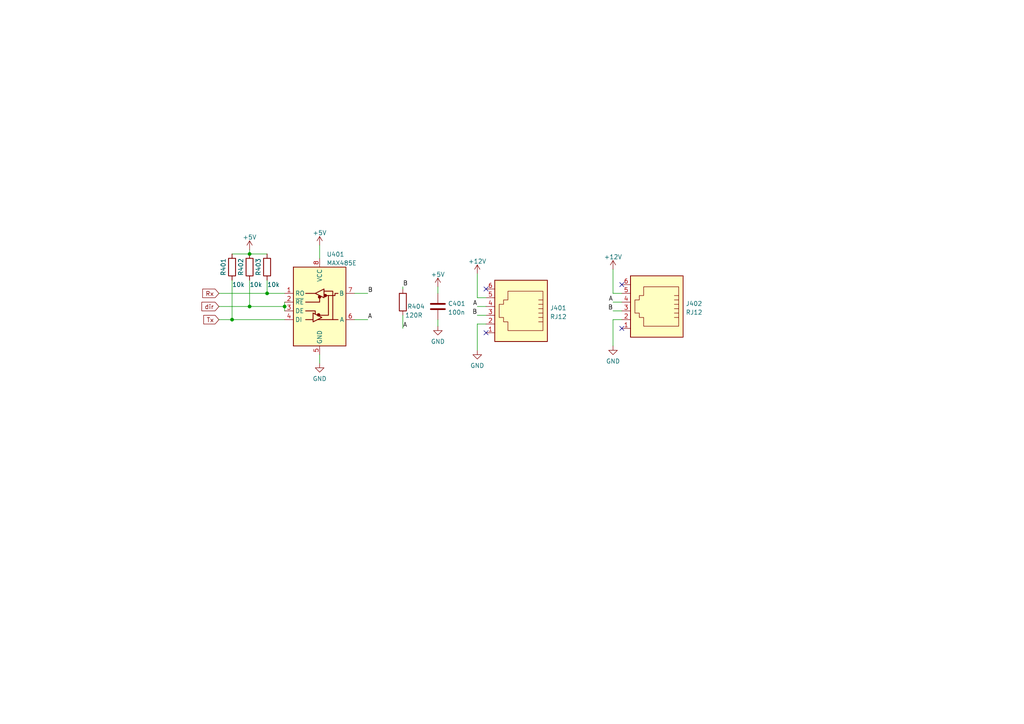
<source format=kicad_sch>
(kicad_sch (version 20211123) (generator eeschema)
  (paper "A4")
  (lib_symbols
    (symbol "Connector:RJ12" (pin_names (offset 1.016))
      (property "Reference" "J" (at -5.08 11.43 0))
      (property "Value" "RJ12" (at 2.54 11.43 0))
      (symbol "RJ12_0_1"
        (polyline (pts (xy -6.35 -1.905) (xy -5.08 -1.905) (xy -5.08 -1.905)))
        (polyline (pts (xy -6.35 -0.635) (xy -5.08 -0.635) (xy -5.08 -0.635)))
        (polyline (pts (xy -6.35 0.635) (xy -5.08 0.635) (xy -5.08 0.635)))
        (polyline (pts (xy -6.35 1.905) (xy -5.08 1.905) (xy -5.08 1.905)))
        (polyline (pts (xy -6.35 3.175) (xy -5.08 3.175) (xy -5.08 3.175)))
        (polyline (pts (xy -5.08 4.445) (xy -6.35 4.445) (xy -6.35 4.445)))
        (polyline (pts (xy -6.35 -4.445) (xy -6.35 6.985) (xy 3.81 6.985) (xy 3.81 4.445) (xy 5.08 4.445) (xy 5.08 3.175) (xy 6.35 3.175) (xy 6.35 -0.635) (xy 5.08 -0.635) (xy 5.08 -1.905) (xy 3.81 -1.905) (xy 3.81 -4.445) (xy -6.35 -4.445) (xy -6.35 -4.445)))
        (rectangle (start 7.62 10.16) (end -7.62 -7.62) (stroke (width 0.254)) (fill (type background)))
      )
      (symbol "RJ12_1_1"
        (pin passive line (at 10.16 -5.08 180) (length 2.54) (name "~") (number "1"))
        (pin passive line (at 10.16 -2.54 180) (length 2.54) (name "~") (number "2"))
        (pin passive line (at 10.16 0 180) (length 2.54) (name "~") (number "3"))
        (pin passive line (at 10.16 2.54 180) (length 2.54) (name "~") (number "4"))
        (pin passive line (at 10.16 5.08 180) (length 2.54) (name "~") (number "5"))
        (pin passive line (at 10.16 7.62 180) (length 2.54) (name "~") (number "6"))
      )
    )
    (symbol "Device:C" (pin_numbers hide) (pin_names (offset 0.254))
      (property "Reference" "C" (at 0.635 2.54 0))
      (property "Value" "C" (at 0.635 -2.54 0))
      (symbol "C_0_1"
        (polyline (pts (xy -2.032 -0.762) (xy 2.032 -0.762)) (stroke (width 0.508)))
        (polyline (pts (xy -2.032 0.762) (xy 2.032 0.762)) (stroke (width 0.508)))
      )
      (symbol "C_1_1"
        (pin passive line (at 0 3.81 270) (length 2.794) (name "~") (number "1"))
        (pin passive line (at 0 -3.81 90) (length 2.794) (name "~") (number "2"))
      )
    )
    (symbol "Device:R" (pin_numbers hide) (pin_names (offset 0))
      (property "Reference" "R" (at 2.032 0 90))
      (property "Value" "R" (at 0 0 90))
      (symbol "R_0_1"
        (rectangle (start -1.016 -2.54) (end 1.016 2.54) (stroke (width 0.254)))
      )
      (symbol "R_1_1"
        (pin passive line (at 0 3.81 270) (length 1.27) (name "~") (number "1"))
        (pin passive line (at 0 -3.81 90) (length 1.27) (name "~") (number "2"))
      )
    )
    (symbol "Interface_UART:MAX485E"
      (property "Reference" "U" (at -6.096 11.43 0))
      (property "Value" "MAX485E" (at 0.762 11.43 0))
      (symbol "MAX485E_0_1"
        (rectangle (start -7.62 10.16) (end 7.62 -12.7) (stroke (width 0.254)) (fill (type background)))
        (circle (center -0.3048 -3.683) (radius 0.3556) (stroke (width 0.254)) (fill (type outline)))
        (circle (center -0.0254 1.4986) (radius 0.3556) (stroke (width 0.254)) (fill (type outline)))
        (polyline (pts (xy -4.064 -5.08) (xy -1.905 -5.08)) (stroke (width 0.254)))
        (polyline (pts (xy -4.064 2.54) (xy -1.27 2.54)) (stroke (width 0.254)))
        (polyline (pts (xy -1.27 -3.2004) (xy -1.27 -3.4544)) (stroke (width 0.254)))
        (polyline (pts (xy -0.635 -5.08) (xy 5.334 -5.08)) (stroke (width 0.254)))
        (polyline (pts (xy -4.064 -2.54) (xy -1.27 -2.54) (xy -1.27 -3.175)) (stroke (width 0.254)))
        (polyline (pts (xy 0 1.27) (xy 0 0) (xy -4.064 0)) (stroke (width 0.254)))
        (polyline (pts (xy 1.27 3.175) (xy 3.81 3.175) (xy 3.81 -5.08)) (stroke (width 0.254)))
        (polyline (pts (xy 2.54 1.905) (xy 2.54 -3.81) (xy 0 -3.81)) (stroke (width 0.254)))
        (polyline (pts (xy -1.905 -3.175) (xy -1.905 -5.715) (xy 0.635 -4.445) (xy -1.905 -3.175)) (stroke (width 0.254)))
        (polyline (pts (xy -1.27 2.54) (xy 1.27 3.81) (xy 1.27 1.27) (xy -1.27 2.54)) (stroke (width 0.254)))
        (polyline (pts (xy 1.905 1.905) (xy 4.445 1.905) (xy 4.445 2.54) (xy 5.334 2.54)) (stroke (width 0.254)))
        (rectangle (start 1.27 3.175) (end 1.27 3.175))
        (circle (center 1.651 1.905) (radius 0.3556) (stroke (width 0.254)) (fill (type outline)))
      )
      (symbol "MAX485E_1_1"
        (pin output line (at -10.16 2.54 0) (length 2.54) (name "RO") (number "1"))
        (pin input line (at -10.16 0 0) (length 2.54) (name "~{RE}") (number "2"))
        (pin input line (at -10.16 -2.54 0) (length 2.54) (name "DE") (number "3"))
        (pin input line (at -10.16 -5.08 0) (length 2.54) (name "DI") (number "4"))
        (pin power_in line (at 0 -15.24 90) (length 2.54) (name "GND") (number "5"))
        (pin bidirectional line (at 10.16 -5.08 180) (length 2.54) (name "A") (number "6"))
        (pin bidirectional line (at 10.16 2.54 180) (length 2.54) (name "B") (number "7"))
        (pin power_in line (at 0 12.7 270) (length 2.54) (name "VCC") (number "8"))
      )
    )
    (symbol "power:+12V" (power) (pin_names (offset 0))
      (property "Value" "+12V" (at 0 3.556 0))
      (symbol "+12V_0_1"
        (polyline (pts (xy -0.762 1.27) (xy 0 2.54)))
        (polyline (pts (xy 0 0) (xy 0 2.54)))
        (polyline (pts (xy 0 2.54) (xy 0.762 1.27)))
      )
      (symbol "+12V_1_1"
        (pin power_in line (at 0 0 90) (length 0) hide (name "+12V") (number "1"))
      )
    )
    (symbol "power:+5V" (power) (pin_names (offset 0))
      (property "Value" "+5V" (at 0 3.556 0))
      (symbol "+5V_0_1"
        (polyline (pts (xy -0.762 1.27) (xy 0 2.54)))
        (polyline (pts (xy 0 0) (xy 0 2.54)))
        (polyline (pts (xy 0 2.54) (xy 0.762 1.27)))
      )
      (symbol "+5V_1_1"
        (pin power_in line (at 0 0 90) (length 0) hide (name "+5V") (number "1"))
      )
    )
    (symbol "power:GND" (power) (pin_names (offset 0))
      (property "Value" "GND" (at 0 -3.81 0))
      (symbol "GND_0_1"
        (polyline (pts (xy 0 0) (xy 0 -1.27) (xy 1.27 -1.27) (xy 0 -2.54) (xy -1.27 -1.27) (xy 0 -1.27)))
      )
      (symbol "GND_1_1"
        (pin power_in line (at 0 0 270) (length 0) hide (name "GND") (number "1"))
      )
    )
  )
  (junction (at 72.39 88.9))
  (junction (at 72.39 73.66))
  (junction (at 77.47 85.09))
  (junction (at 82.55 88.9))
  (junction (at 67.31 92.71))
  (no_connect (at 140.97 83.82))
  (no_connect (at 180.34 95.25))
  (no_connect (at 140.97 96.52))
  (no_connect (at 180.34 82.55))
  (wire (pts (xy 67.31 92.71) (xy 82.55 92.71)))
  (wire (pts (xy 72.39 73.66) (xy 77.47 73.66)))
  (wire (pts (xy 82.55 87.63) (xy 82.55 88.9)))
  (wire (pts (xy 127 83.185) (xy 127 85.09)))
  (wire (pts (xy 67.31 73.66) (xy 72.39 73.66)))
  (wire (pts (xy 177.8 85.09) (xy 177.8 78.105)))
  (wire (pts (xy 177.8 100.33) (xy 177.8 92.71)))
  (wire (pts (xy 63.5 85.09) (xy 77.47 85.09)))
  (wire (pts (xy 72.39 88.9) (xy 82.55 88.9)))
  (wire (pts (xy 140.97 88.9) (xy 138.43 88.9)))
  (wire (pts (xy 180.34 87.63) (xy 177.8 87.63)))
  (wire (pts (xy 116.84 91.44) (xy 116.84 95.25)))
  (wire (pts (xy 77.47 85.09) (xy 82.55 85.09)))
  (wire (pts (xy 140.97 91.44) (xy 138.43 91.44)))
  (wire (pts (xy 77.47 81.28) (xy 77.47 85.09)))
  (wire (pts (xy 63.5 88.9) (xy 72.39 88.9)))
  (wire (pts (xy 92.71 71.12) (xy 92.71 74.93)))
  (wire (pts (xy 180.34 85.09) (xy 177.8 85.09)))
  (wire (pts (xy 138.43 86.36) (xy 138.43 79.375)))
  (wire (pts (xy 72.39 81.28) (xy 72.39 88.9)))
  (wire (pts (xy 138.43 93.98) (xy 140.97 93.98)))
  (wire (pts (xy 116.84 83.185) (xy 116.84 83.82)))
  (wire (pts (xy 82.55 88.9) (xy 82.55 90.17)))
  (wire (pts (xy 138.43 101.6) (xy 138.43 93.98)))
  (wire (pts (xy 102.87 85.09) (xy 106.68 85.09)))
  (wire (pts (xy 92.71 102.87) (xy 92.71 105.41)))
  (wire (pts (xy 63.5 92.71) (xy 67.31 92.71)))
  (wire (pts (xy 180.34 90.17) (xy 177.8 90.17)))
  (wire (pts (xy 177.8 92.71) (xy 180.34 92.71)))
  (wire (pts (xy 127 92.71) (xy 127 94.615)))
  (wire (pts (xy 72.39 72.39) (xy 72.39 73.66)))
  (wire (pts (xy 67.31 81.28) (xy 67.31 92.71)))
  (wire (pts (xy 140.97 86.36) (xy 138.43 86.36)))
  (wire (pts (xy 102.87 92.71) (xy 106.68 92.71)))
  (label "A" (at 177.8 87.63 180))
  (label "B" (at 138.43 91.44 180))
  (label "B" (at 106.68 85.09 0))
  (label "B" (at 177.8 90.17 180))
  (label "A" (at 106.68 92.71 0))
  (label "B" (at 116.84 83.185 0))
  (label "A" (at 116.84 95.25 0))
  (label "A" (at 138.43 88.9 180))
  (global_label "dir" (shape input) (at 63.5 88.9 180) (property "Intersheet References" "${INTERSHEET_REFS}" (effects hide)))
  (global_label "Rx" (shape input) (at 63.5 85.09 180) (property "Intersheet References" "${INTERSHEET_REFS}" (effects hide)))
  (global_label "Tx" (shape input) (at 63.5 92.71 180) (property "Intersheet References" "${INTERSHEET_REFS}" (effects hide)))
  (symbol (lib_id "Device:R") (at 116.84 87.63 180) (unit 1)
    (property "Reference" "R404" (at 118.11 88.9 0) (effects (justify right)))
    (property "Value" "120R" (at 117.475 91.44 0) (effects (justify right)))
  )
  (symbol (lib_id "power:GND") (at 177.8 100.33 0) (unit 1)
    (property "Reference" "#PWR0409" (effects hide))
    (property "Value" "GND" (at 177.8 104.7734 0))
  )
  (symbol (lib_id "power:+12V") (at 138.43 79.375 0) (unit 1)
    (property "Reference" "#PWR0406" (effects hide))
    (property "Value" "+12V" (at 138.43 75.7992 0))
  )
  (symbol (lib_id "Connector:RJ12") (at 190.5 90.17 0) (mirror y) (unit 1)
    (property "Reference" "J402" (at 198.882 88.0653 0) (effects (justify right)))
    (property "Value" "RJ12" (at 198.882 90.6022 0) (effects (justify right)))
  )
  (symbol (lib_id "power:+5V") (at 72.39 72.39 0) (unit 1)
    (property "Reference" "#PWR0401" (effects hide))
    (property "Value" "+5V" (at 72.39 68.8142 0))
  )
  (symbol (lib_id "power:+5V") (at 92.71 71.12 0) (unit 1)
    (property "Reference" "#PWR0402" (effects hide))
    (property "Value" "+5V" (at 92.71 67.5442 0))
  )
  (symbol (lib_id "power:GND") (at 138.43 101.6 0) (unit 1)
    (property "Reference" "#PWR0407" (effects hide))
    (property "Value" "GND" (at 138.43 106.0434 0))
  )
  (symbol (lib_id "Device:R") (at 72.39 77.47 180) (unit 1)
    (property "Reference" "R402" (at 69.85 80.01 90) (effects (justify right)))
    (property "Value" "10k" (at 72.39 82.55 0) (effects (justify right)))
  )
  (symbol (lib_id "power:GND") (at 127 94.615 0) (unit 1)
    (property "Reference" "#PWR0405" (effects hide))
    (property "Value" "GND" (at 127 99.0584 0))
  )
  (symbol (lib_id "Device:R") (at 77.47 77.47 180) (unit 1)
    (property "Reference" "R403" (at 74.93 80.01 90) (effects (justify right)))
    (property "Value" "10k" (at 77.47 82.55 0) (effects (justify right)))
  )
  (symbol (lib_id "Connector:RJ12") (at 151.13 91.44 0) (mirror y) (unit 1)
    (property "Reference" "J401" (at 159.512 89.3353 0) (effects (justify right)))
    (property "Value" "RJ12" (at 159.512 91.8722 0) (effects (justify right)))
  )
  (symbol (lib_id "Interface_UART:MAX485E") (at 92.71 87.63 0) (unit 1)
    (property "Reference" "U401" (at 94.7294 73.7702 0) (effects (justify left)))
    (property "Value" "MAX485E" (at 94.7294 76.3071 0) (effects (justify left)))
    (property "Datasheet" "https://datasheets.maximintegrated.com/en/ds/MAX1487E-MAX491E.pdf" (effects hide))
  )
  (symbol (lib_id "Device:C") (at 127 88.9 0) (unit 1)
    (property "Reference" "C401" (at 129.921 88.0653 0) (effects (justify left)))
    (property "Value" "100n" (at 129.921 90.6022 0) (effects (justify left)))
  )
  (symbol (lib_id "Device:R") (at 67.31 77.47 180) (unit 1)
    (property "Reference" "R401" (at 64.77 80.01 90) (effects (justify right)))
    (property "Value" "10k" (at 67.31 82.55 0) (effects (justify right)))
  )
  (symbol (lib_id "power:GND") (at 92.71 105.41 0) (unit 1)
    (property "Reference" "#PWR0403" (effects hide))
    (property "Value" "GND" (at 92.71 109.8534 0))
  )
  (symbol (lib_id "power:+5V") (at 127 83.185 0) (unit 1)
    (property "Reference" "#PWR0404" (effects hide))
    (property "Value" "+5V" (at 127 79.6092 0))
  )
  (symbol (lib_id "power:+12V") (at 177.8 78.105 0) (unit 1)
    (property "Reference" "#PWR0408" (effects hide))
    (property "Value" "+12V" (at 177.8 74.5292 0))
  )
)
</source>
